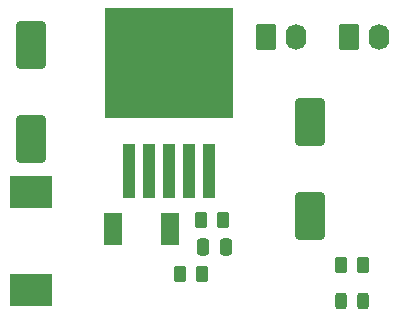
<source format=gbr>
%TF.GenerationSoftware,KiCad,Pcbnew,(6.0.0-rc2-14-ga17a58203b)*%
%TF.CreationDate,2022-06-07T22:02:49+08:00*%
%TF.ProjectId,StepDown_DCDC,53746570-446f-4776-9e5f-444344432e6b,rev?*%
%TF.SameCoordinates,Original*%
%TF.FileFunction,Soldermask,Top*%
%TF.FilePolarity,Negative*%
%FSLAX46Y46*%
G04 Gerber Fmt 4.6, Leading zero omitted, Abs format (unit mm)*
G04 Created by KiCad (PCBNEW (6.0.0-rc2-14-ga17a58203b)) date 2022-06-07 22:02:49*
%MOMM*%
%LPD*%
G01*
G04 APERTURE LIST*
G04 Aperture macros list*
%AMRoundRect*
0 Rectangle with rounded corners*
0 $1 Rounding radius*
0 $2 $3 $4 $5 $6 $7 $8 $9 X,Y pos of 4 corners*
0 Add a 4 corners polygon primitive as box body*
4,1,4,$2,$3,$4,$5,$6,$7,$8,$9,$2,$3,0*
0 Add four circle primitives for the rounded corners*
1,1,$1+$1,$2,$3*
1,1,$1+$1,$4,$5*
1,1,$1+$1,$6,$7*
1,1,$1+$1,$8,$9*
0 Add four rect primitives between the rounded corners*
20,1,$1+$1,$2,$3,$4,$5,0*
20,1,$1+$1,$4,$5,$6,$7,0*
20,1,$1+$1,$6,$7,$8,$9,0*
20,1,$1+$1,$8,$9,$2,$3,0*%
G04 Aperture macros list end*
%ADD10R,3.600000X2.700000*%
%ADD11R,1.500000X2.700000*%
%ADD12R,1.100000X4.600000*%
%ADD13R,10.800000X9.400000*%
%ADD14RoundRect,0.250000X0.262500X0.450000X-0.262500X0.450000X-0.262500X-0.450000X0.262500X-0.450000X0*%
%ADD15RoundRect,0.250000X-0.620000X-0.845000X0.620000X-0.845000X0.620000X0.845000X-0.620000X0.845000X0*%
%ADD16O,1.740000X2.190000*%
%ADD17RoundRect,0.250000X1.000000X-1.750000X1.000000X1.750000X-1.000000X1.750000X-1.000000X-1.750000X0*%
%ADD18RoundRect,0.250000X0.250000X0.475000X-0.250000X0.475000X-0.250000X-0.475000X0.250000X-0.475000X0*%
%ADD19RoundRect,0.243750X-0.243750X-0.456250X0.243750X-0.456250X0.243750X0.456250X-0.243750X0.456250X0*%
G04 APERTURE END LIST*
D10*
%TO.C,L1*%
X64262000Y-82210000D03*
X64262000Y-90510000D03*
%TD*%
D11*
%TO.C,D1*%
X71260000Y-85344000D03*
X76060000Y-85344000D03*
%TD*%
D12*
%TO.C,U1*%
X72565000Y-80385000D03*
X74265000Y-80385000D03*
X75965000Y-80385000D03*
D13*
X75965000Y-71235000D03*
D12*
X77665000Y-80385000D03*
X79365000Y-80385000D03*
%TD*%
D14*
%TO.C,R1*%
X78740000Y-89154000D03*
X76915000Y-89154000D03*
%TD*%
D15*
%TO.C,J1*%
X84201000Y-69108000D03*
D16*
X86741000Y-69108000D03*
%TD*%
D14*
%TO.C,R3*%
X92352500Y-88392000D03*
X90527500Y-88392000D03*
%TD*%
D15*
%TO.C,J2*%
X91186000Y-69108000D03*
D16*
X93726000Y-69108000D03*
%TD*%
D17*
%TO.C,C2*%
X87884000Y-84264000D03*
X87884000Y-76264000D03*
%TD*%
D18*
%TO.C,C3*%
X80772000Y-86868000D03*
X78872000Y-86868000D03*
%TD*%
D19*
%TO.C,D2*%
X90502500Y-91440000D03*
X92377500Y-91440000D03*
%TD*%
D14*
%TO.C,R2*%
X80518000Y-84582000D03*
X78693000Y-84582000D03*
%TD*%
D17*
%TO.C,C1*%
X64262000Y-77724000D03*
X64262000Y-69724000D03*
%TD*%
M02*

</source>
